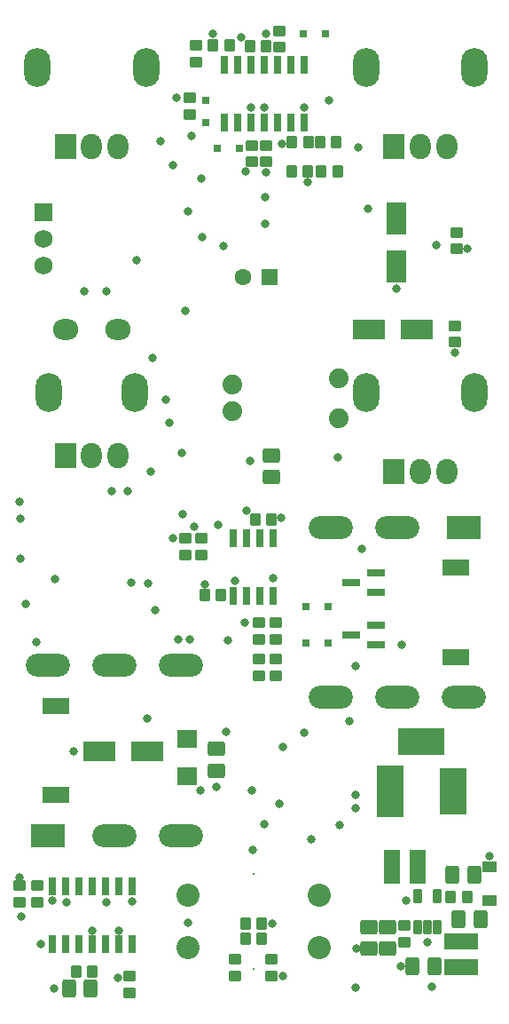
<source format=gbs>
G04*
G04 #@! TF.GenerationSoftware,Altium Limited,Altium Designer,23.1.1 (15)*
G04*
G04 Layer_Color=16711935*
%FSLAX25Y25*%
%MOIN*%
G70*
G04*
G04 #@! TF.SameCoordinates,434D1FB9-1166-4A3C-A543-B38E0AA6253E*
G04*
G04*
G04 #@! TF.FilePolarity,Negative*
G04*
G01*
G75*
G04:AMPARAMS|DCode=35|XSize=67.06mil|YSize=53.28mil|CornerRadius=9.66mil|HoleSize=0mil|Usage=FLASHONLY|Rotation=0.000|XOffset=0mil|YOffset=0mil|HoleType=Round|Shape=RoundedRectangle|*
%AMROUNDEDRECTD35*
21,1,0.06706,0.03396,0,0,0.0*
21,1,0.04774,0.05328,0,0,0.0*
1,1,0.01932,0.02387,-0.01698*
1,1,0.01932,-0.02387,-0.01698*
1,1,0.01932,-0.02387,0.01698*
1,1,0.01932,0.02387,0.01698*
%
%ADD35ROUNDEDRECTD35*%
%ADD36R,0.07400X0.06800*%
%ADD39R,0.03162X0.06784*%
G04:AMPARAMS|DCode=41|XSize=47.37mil|YSize=39.5mil|CornerRadius=7.94mil|HoleSize=0mil|Usage=FLASHONLY|Rotation=90.000|XOffset=0mil|YOffset=0mil|HoleType=Round|Shape=RoundedRectangle|*
%AMROUNDEDRECTD41*
21,1,0.04737,0.02362,0,0,90.0*
21,1,0.03150,0.03950,0,0,90.0*
1,1,0.01587,0.01181,0.01575*
1,1,0.01587,0.01181,-0.01575*
1,1,0.01587,-0.01181,-0.01575*
1,1,0.01587,-0.01181,0.01575*
%
%ADD41ROUNDEDRECTD41*%
G04:AMPARAMS|DCode=42|XSize=47.37mil|YSize=39.5mil|CornerRadius=7.94mil|HoleSize=0mil|Usage=FLASHONLY|Rotation=180.000|XOffset=0mil|YOffset=0mil|HoleType=Round|Shape=RoundedRectangle|*
%AMROUNDEDRECTD42*
21,1,0.04737,0.02362,0,0,180.0*
21,1,0.03150,0.03950,0,0,180.0*
1,1,0.01587,-0.01575,0.01181*
1,1,0.01587,0.01575,0.01181*
1,1,0.01587,0.01575,-0.01181*
1,1,0.01587,-0.01575,-0.01181*
%
%ADD42ROUNDEDRECTD42*%
G04:AMPARAMS|DCode=43|XSize=67.06mil|YSize=53.28mil|CornerRadius=9.66mil|HoleSize=0mil|Usage=FLASHONLY|Rotation=90.000|XOffset=0mil|YOffset=0mil|HoleType=Round|Shape=RoundedRectangle|*
%AMROUNDEDRECTD43*
21,1,0.06706,0.03396,0,0,90.0*
21,1,0.04774,0.05328,0,0,90.0*
1,1,0.01932,0.01698,0.02387*
1,1,0.01932,0.01698,-0.02387*
1,1,0.01932,-0.01698,-0.02387*
1,1,0.01932,-0.01698,0.02387*
%
%ADD43ROUNDEDRECTD43*%
%ADD44R,0.06509X0.03162*%
%ADD46R,0.03123X0.02572*%
%ADD50R,0.12414X0.07296*%
%ADD51O,0.09461X0.07887*%
%ADD52O,0.09855X0.14580*%
%ADD53O,0.07887X0.09461*%
%ADD54R,0.07887X0.09461*%
%ADD55C,0.08674*%
%ADD56C,0.00800*%
%ADD57C,0.07400*%
%ADD58R,0.06312X0.06312*%
%ADD59C,0.06312*%
%ADD60O,0.16548X0.08674*%
%ADD61R,0.12611X0.08674*%
%ADD62R,0.10249X0.05918*%
%ADD63R,0.09855X0.19698*%
%ADD64R,0.17729X0.09855*%
%ADD65R,0.09855X0.17729*%
%ADD66C,0.06800*%
%ADD67R,0.06800X0.06800*%
%ADD68C,0.03162*%
G04:AMPARAMS|DCode=96|XSize=33.59mil|YSize=55.24mil|CornerRadius=5.92mil|HoleSize=0mil|Usage=FLASHONLY|Rotation=0.000|XOffset=0mil|YOffset=0mil|HoleType=Round|Shape=RoundedRectangle|*
%AMROUNDEDRECTD96*
21,1,0.03359,0.04341,0,0,0.0*
21,1,0.02175,0.05524,0,0,0.0*
1,1,0.01184,0.01088,-0.02170*
1,1,0.01184,-0.01088,-0.02170*
1,1,0.01184,-0.01088,0.02170*
1,1,0.01184,0.01088,0.02170*
%
%ADD96ROUNDEDRECTD96*%
%ADD97R,0.06115X0.12611*%
%ADD98R,0.03084X0.06784*%
%ADD99R,0.12611X0.06115*%
%ADD100R,0.02572X0.03123*%
%ADD101R,0.05603X0.04383*%
%ADD102R,0.07296X0.12414*%
D35*
X94488Y200689D02*
D03*
Y208760D02*
D03*
X138189Y31594D02*
D03*
Y23524D02*
D03*
X131102Y23524D02*
D03*
Y31594D02*
D03*
X73622Y90453D02*
D03*
Y98524D02*
D03*
D36*
X62598Y88189D02*
D03*
Y102189D02*
D03*
D39*
X94902Y156063D02*
D03*
X89902D02*
D03*
X84902D02*
D03*
X79902D02*
D03*
X94902Y177795D02*
D03*
X89902D02*
D03*
X84902D02*
D03*
X79902D02*
D03*
D41*
X168011Y42913D02*
D03*
X161811D02*
D03*
X113042Y315354D02*
D03*
X119242D02*
D03*
X118848Y326378D02*
D03*
X112648D02*
D03*
X78690Y362598D02*
D03*
X72491D02*
D03*
X108268Y326378D02*
D03*
X102068D02*
D03*
X102018Y315354D02*
D03*
X108218D02*
D03*
X90895Y33071D02*
D03*
X84695D02*
D03*
X20916Y14961D02*
D03*
X27116D02*
D03*
X90846Y27165D02*
D03*
X84646D02*
D03*
X75541Y156299D02*
D03*
X69341D02*
D03*
X88239Y184646D02*
D03*
X94439D02*
D03*
X86270Y362205D02*
D03*
X92470D02*
D03*
D42*
X66142Y356349D02*
D03*
Y362549D02*
D03*
X63779Y336664D02*
D03*
Y342864D02*
D03*
X62205Y171309D02*
D03*
Y177509D02*
D03*
X87008Y325147D02*
D03*
Y318947D02*
D03*
X97244Y361861D02*
D03*
Y368061D02*
D03*
X163386Y251231D02*
D03*
Y257431D02*
D03*
X164173Y292470D02*
D03*
Y286270D02*
D03*
X96063Y132234D02*
D03*
Y126034D02*
D03*
X68110Y177509D02*
D03*
Y171309D02*
D03*
X89764Y132234D02*
D03*
Y126034D02*
D03*
X80709Y19635D02*
D03*
Y13435D02*
D03*
X40945Y13336D02*
D03*
Y7136D02*
D03*
X94488Y19635D02*
D03*
Y13435D02*
D03*
X6496Y41142D02*
D03*
Y47342D02*
D03*
X-394Y40995D02*
D03*
Y47194D02*
D03*
X92520Y318947D02*
D03*
Y325147D02*
D03*
X96063Y139813D02*
D03*
Y146013D02*
D03*
X89764D02*
D03*
Y139813D02*
D03*
X144488Y32234D02*
D03*
Y26034D02*
D03*
D43*
X170571Y51181D02*
D03*
X162500D02*
D03*
X172933Y34646D02*
D03*
X164862D02*
D03*
X147539Y16929D02*
D03*
X155610D02*
D03*
X18406Y8514D02*
D03*
X26476D02*
D03*
D44*
X133760Y145079D02*
D03*
Y137598D02*
D03*
X124508Y141339D02*
D03*
X133760Y164764D02*
D03*
Y157283D02*
D03*
X124508Y161024D02*
D03*
D46*
X82500Y324016D02*
D03*
X74193D02*
D03*
X106476Y366929D02*
D03*
X114784D02*
D03*
X107264Y138189D02*
D03*
X115571D02*
D03*
X107264Y151969D02*
D03*
X115571D02*
D03*
D50*
X131201Y255906D02*
D03*
X149114D02*
D03*
X47638Y97638D02*
D03*
X29724D02*
D03*
D51*
X36614Y255906D02*
D03*
X16929D02*
D03*
D52*
X10630Y232285D02*
D03*
X42913D02*
D03*
X47245Y354332D02*
D03*
X6301D02*
D03*
X170867D02*
D03*
X129922D02*
D03*
Y232285D02*
D03*
X170867D02*
D03*
D53*
X36615Y208661D02*
D03*
X26772D02*
D03*
X26773Y324804D02*
D03*
X36615D02*
D03*
X150395D02*
D03*
X160238D02*
D03*
Y202757D02*
D03*
X150395D02*
D03*
D54*
X16930Y208661D02*
D03*
Y324804D02*
D03*
X140552D02*
D03*
Y202757D02*
D03*
D55*
X63189Y43701D02*
D03*
Y24016D02*
D03*
X112402D02*
D03*
Y43701D02*
D03*
D56*
X87795Y51575D02*
D03*
Y16142D02*
D03*
D57*
X79606Y225315D02*
D03*
Y235315D02*
D03*
X119606Y237815D02*
D03*
Y222815D02*
D03*
D58*
X93583Y275590D02*
D03*
D59*
X83583D02*
D03*
D60*
X116732Y117854D02*
D03*
X166732D02*
D03*
X141732D02*
D03*
Y181752D02*
D03*
X116732D02*
D03*
X60433Y129980D02*
D03*
X10433D02*
D03*
X35433D02*
D03*
Y66083D02*
D03*
X60433D02*
D03*
D61*
X166732Y181752D02*
D03*
X10433Y66083D02*
D03*
D62*
X163779Y166535D02*
D03*
Y133071D02*
D03*
X13386Y81299D02*
D03*
Y114764D02*
D03*
D63*
X138976Y82677D02*
D03*
D64*
X150787Y101181D02*
D03*
D65*
X162598Y82677D02*
D03*
D66*
X8661Y280157D02*
D03*
Y290158D02*
D03*
D67*
Y300157D02*
D03*
D68*
X62205Y262992D02*
D03*
X108218Y311368D02*
D03*
X176378Y58268D02*
D03*
X144923Y41750D02*
D03*
X153150Y25984D02*
D03*
X126476Y23524D02*
D03*
X142913Y16929D02*
D03*
X154724Y9449D02*
D03*
X120079Y70079D02*
D03*
X97349Y78110D02*
D03*
X-197Y191374D02*
D03*
X41732Y161127D02*
D03*
X50681Y150787D02*
D03*
X98425Y325590D02*
D03*
X59449Y139764D02*
D03*
X77362Y105118D02*
D03*
X125984Y76378D02*
D03*
X94902Y162500D02*
D03*
X68110Y312598D02*
D03*
X125984Y9055D02*
D03*
X73622Y84252D02*
D03*
X125984Y129528D02*
D03*
X128347Y173622D02*
D03*
X119291Y207874D02*
D03*
X80715Y161765D02*
D03*
X98006Y185459D02*
D03*
X85039Y187845D02*
D03*
X98819Y99213D02*
D03*
X106693Y104724D02*
D03*
X64567Y328740D02*
D03*
X13150Y162362D02*
D03*
X17323Y40945D02*
D03*
X37165Y30472D02*
D03*
X27165Y30315D02*
D03*
X42165Y41437D02*
D03*
X32283Y40945D02*
D03*
X143504Y137598D02*
D03*
X123622Y109055D02*
D03*
X84302Y146013D02*
D03*
X62992Y33465D02*
D03*
X12084Y41586D02*
D03*
X12746Y8514D02*
D03*
X98769Y13435D02*
D03*
X94882Y33071D02*
D03*
X-394Y50394D02*
D03*
X394Y35827D02*
D03*
X7717Y25354D02*
D03*
X20079Y97638D02*
D03*
X47638Y109843D02*
D03*
X67716Y83071D02*
D03*
X106732Y339331D02*
D03*
X86306Y206607D02*
D03*
X76378Y287402D02*
D03*
X84646Y315354D02*
D03*
X92126Y305512D02*
D03*
Y295669D02*
D03*
X54724Y229528D02*
D03*
X125984Y81496D02*
D03*
X92520Y314961D02*
D03*
X58711Y342864D02*
D03*
X52756Y326772D02*
D03*
X57480Y317717D02*
D03*
X57530Y177509D02*
D03*
X69453Y160372D02*
D03*
X116007Y342126D02*
D03*
X127165Y324410D02*
D03*
X163386Y247244D02*
D03*
X168061Y286270D02*
D03*
X72441Y366929D02*
D03*
X86614Y339370D02*
D03*
X91732D02*
D03*
X92520Y366929D02*
D03*
X83071Y365748D02*
D03*
X141339Y271260D02*
D03*
X156299Y287795D02*
D03*
X55905Y220866D02*
D03*
X60886Y209587D02*
D03*
X24016Y270472D02*
D03*
X49606Y245276D02*
D03*
X40502Y195226D02*
D03*
X63042Y300344D02*
D03*
X0Y185039D02*
D03*
X68504Y290551D02*
D03*
X130709Y301181D02*
D03*
X32283Y270472D02*
D03*
X43701Y281890D02*
D03*
X87008Y83071D02*
D03*
X109449Y64567D02*
D03*
X36614Y12598D02*
D03*
X63779Y139764D02*
D03*
X77953Y139370D02*
D03*
X65354Y181890D02*
D03*
X34252Y195276D02*
D03*
X74410Y182677D02*
D03*
X2165Y153150D02*
D03*
X48031Y160630D02*
D03*
X61024Y186614D02*
D03*
X49213Y202756D02*
D03*
X87402Y60630D02*
D03*
X91732Y70472D02*
D03*
X0Y170079D02*
D03*
X5906Y138583D02*
D03*
D96*
X156890Y43209D02*
D03*
X149409D02*
D03*
Y31594D02*
D03*
X153150D02*
D03*
X156890D02*
D03*
D97*
X139665Y54331D02*
D03*
X149311D02*
D03*
D98*
X42165Y25354D02*
D03*
X37165D02*
D03*
X32165D02*
D03*
X27165D02*
D03*
X22165D02*
D03*
X17165D02*
D03*
X12165D02*
D03*
X42165Y47087D02*
D03*
X37165D02*
D03*
X32165D02*
D03*
X27165D02*
D03*
X22165D02*
D03*
X17165D02*
D03*
X12165D02*
D03*
X106732Y333622D02*
D03*
X101732D02*
D03*
X96732D02*
D03*
X91732D02*
D03*
X86732D02*
D03*
X81732D02*
D03*
X76732D02*
D03*
X106732Y355354D02*
D03*
X101732D02*
D03*
X96732D02*
D03*
X91732D02*
D03*
X86732D02*
D03*
X81732D02*
D03*
X76732D02*
D03*
D99*
X165748Y16831D02*
D03*
Y26476D02*
D03*
D100*
X69685Y333642D02*
D03*
Y341949D02*
D03*
D101*
X176378Y54331D02*
D03*
Y41732D02*
D03*
D102*
X141339Y297539D02*
D03*
Y279626D02*
D03*
M02*

</source>
